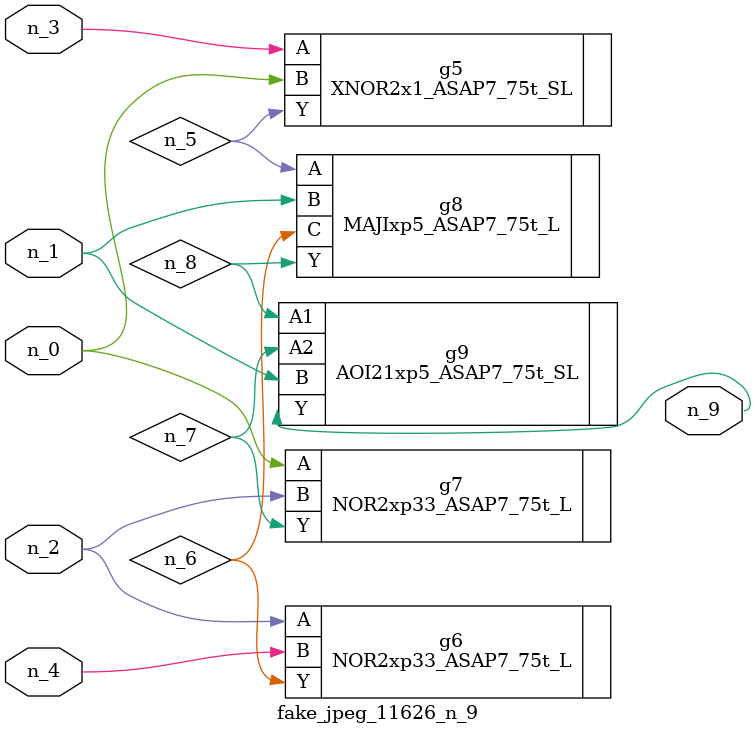
<source format=v>
module fake_jpeg_11626_n_9 (n_3, n_2, n_1, n_0, n_4, n_9);

input n_3;
input n_2;
input n_1;
input n_0;
input n_4;

output n_9;

wire n_8;
wire n_6;
wire n_5;
wire n_7;

XNOR2x1_ASAP7_75t_SL g5 ( 
.A(n_3),
.B(n_0),
.Y(n_5)
);

NOR2xp33_ASAP7_75t_L g6 ( 
.A(n_2),
.B(n_4),
.Y(n_6)
);

NOR2xp33_ASAP7_75t_L g7 ( 
.A(n_0),
.B(n_2),
.Y(n_7)
);

MAJIxp5_ASAP7_75t_L g8 ( 
.A(n_5),
.B(n_1),
.C(n_6),
.Y(n_8)
);

AOI21xp5_ASAP7_75t_SL g9 ( 
.A1(n_8),
.A2(n_7),
.B(n_1),
.Y(n_9)
);


endmodule
</source>
